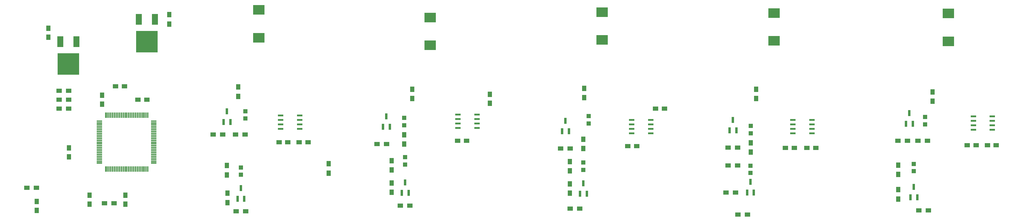
<source format=gtp>
G04 #@! TF.FileFunction,Paste,Top*
%FSLAX46Y46*%
G04 Gerber Fmt 4.6, Leading zero omitted, Abs format (unit mm)*
G04 Created by KiCad (PCBNEW (2015-08-28 BZR 6132)-product) date Thursday, October 15, 2015 'PMt' 04:36:35 PM*
%MOMM*%
G01*
G04 APERTURE LIST*
%ADD10C,0.100000*%
%ADD11R,1.250000X1.500000*%
%ADD12R,1.500000X1.250000*%
%ADD13R,1.198880X1.198880*%
%ADD14R,1.500000X0.300000*%
%ADD15R,0.300000X1.500000*%
%ADD16R,1.651000X3.048000*%
%ADD17R,6.096000X6.096000*%
%ADD18R,0.800100X1.800860*%
%ADD19R,1.300000X1.500000*%
%ADD20R,1.500000X1.300000*%
%ADD21R,3.200000X2.700000*%
%ADD22R,1.550000X0.600000*%
G04 APERTURE END LIST*
D10*
D11*
X16002000Y-86380000D03*
X16002000Y-88880000D03*
X19304000Y-37104000D03*
X19304000Y-39604000D03*
X30988000Y-87102000D03*
X30988000Y-84602000D03*
X41148000Y-87102000D03*
X41148000Y-84602000D03*
D12*
X38374000Y-53594000D03*
X40874000Y-53594000D03*
D11*
X34544000Y-56154000D03*
X34544000Y-58654000D03*
X25146000Y-73640000D03*
X25146000Y-71140000D03*
D12*
X44724000Y-57404000D03*
X47224000Y-57404000D03*
X92944000Y-69469000D03*
X90444000Y-69469000D03*
X84729000Y-69469000D03*
X87229000Y-69469000D03*
D11*
X144526000Y-58400000D03*
X144526000Y-55900000D03*
D12*
X135402000Y-69088000D03*
X137902000Y-69088000D03*
X194036000Y-59944000D03*
X191536000Y-59944000D03*
X183662000Y-70612000D03*
X186162000Y-70612000D03*
X236962000Y-71120000D03*
X234462000Y-71120000D03*
X228366000Y-71120000D03*
X230866000Y-71120000D03*
X288143000Y-70358000D03*
X285643000Y-70358000D03*
X279928000Y-70358000D03*
X282428000Y-70358000D03*
D13*
X75184000Y-62771020D03*
X75184000Y-60672980D03*
X73914000Y-76674980D03*
X73914000Y-78773020D03*
X120269000Y-64676020D03*
X120269000Y-62577980D03*
X120523000Y-73753980D03*
X120523000Y-75852020D03*
X172593000Y-64168020D03*
X172593000Y-62069980D03*
X171069000Y-75277980D03*
X171069000Y-77376020D03*
X218567000Y-66962020D03*
X218567000Y-64863980D03*
X218440000Y-76166980D03*
X218440000Y-78265020D03*
X267970000Y-64422020D03*
X267970000Y-62323980D03*
X264795000Y-75658980D03*
X264795000Y-77757020D03*
D14*
X33829000Y-63469000D03*
X33829000Y-63969000D03*
X33829000Y-64469000D03*
X33829000Y-64969000D03*
X33829000Y-65469000D03*
X33829000Y-65969000D03*
X33829000Y-66469000D03*
X33829000Y-66969000D03*
X33829000Y-67469000D03*
X33829000Y-67969000D03*
X33829000Y-68469000D03*
X33829000Y-68969000D03*
X33829000Y-69469000D03*
X33829000Y-69969000D03*
X33829000Y-70469000D03*
X33829000Y-70969000D03*
X33829000Y-71469000D03*
X33829000Y-71969000D03*
X33829000Y-72469000D03*
X33829000Y-72969000D03*
X33829000Y-73469000D03*
X33829000Y-73969000D03*
X33829000Y-74469000D03*
X33829000Y-74969000D03*
X33829000Y-75469000D03*
D15*
X35529000Y-77169000D03*
X36029000Y-77169000D03*
X36529000Y-77169000D03*
X37029000Y-77169000D03*
X37529000Y-77169000D03*
X38029000Y-77169000D03*
X38529000Y-77169000D03*
X39029000Y-77169000D03*
X39529000Y-77169000D03*
X40029000Y-77169000D03*
X40529000Y-77169000D03*
X41029000Y-77169000D03*
X41529000Y-77169000D03*
X42029000Y-77169000D03*
X42529000Y-77169000D03*
X43029000Y-77169000D03*
X43529000Y-77169000D03*
X44029000Y-77169000D03*
X44529000Y-77169000D03*
X45029000Y-77169000D03*
X45529000Y-77169000D03*
X46029000Y-77169000D03*
X46529000Y-77169000D03*
X47029000Y-77169000D03*
X47529000Y-77169000D03*
D14*
X49229000Y-75469000D03*
X49229000Y-74969000D03*
X49229000Y-74469000D03*
X49229000Y-73969000D03*
X49229000Y-73469000D03*
X49229000Y-72969000D03*
X49229000Y-72469000D03*
X49229000Y-71969000D03*
X49229000Y-71469000D03*
X49229000Y-70969000D03*
X49229000Y-70469000D03*
X49229000Y-69969000D03*
X49229000Y-69469000D03*
X49229000Y-68969000D03*
X49229000Y-68469000D03*
X49229000Y-67969000D03*
X49229000Y-67469000D03*
X49229000Y-66969000D03*
X49229000Y-66469000D03*
X49229000Y-65969000D03*
X49229000Y-65469000D03*
X49229000Y-64969000D03*
X49229000Y-64469000D03*
X49229000Y-63969000D03*
X49229000Y-63469000D03*
D15*
X47529000Y-61769000D03*
X47029000Y-61769000D03*
X46529000Y-61769000D03*
X46029000Y-61769000D03*
X45529000Y-61769000D03*
X45029000Y-61769000D03*
X44529000Y-61769000D03*
X44029000Y-61769000D03*
X43529000Y-61769000D03*
X43029000Y-61769000D03*
X42529000Y-61769000D03*
X42029000Y-61769000D03*
X41529000Y-61769000D03*
X41029000Y-61769000D03*
X40529000Y-61769000D03*
X40029000Y-61769000D03*
X39529000Y-61769000D03*
X39029000Y-61769000D03*
X38529000Y-61769000D03*
X38029000Y-61769000D03*
X37529000Y-61769000D03*
X37029000Y-61769000D03*
X36529000Y-61769000D03*
X36029000Y-61769000D03*
X35529000Y-61769000D03*
D16*
X49530000Y-34544000D03*
D17*
X47244000Y-40894000D03*
D16*
X44958000Y-34544000D03*
D18*
X69027000Y-63731140D03*
X70927000Y-63731140D03*
X69977000Y-60728860D03*
X72964000Y-85575140D03*
X74864000Y-85575140D03*
X73914000Y-82572860D03*
X114239000Y-65128140D03*
X116139000Y-65128140D03*
X115189000Y-62125860D03*
X119573000Y-83924140D03*
X121473000Y-83924140D03*
X120523000Y-80921860D03*
X165039000Y-66398140D03*
X166939000Y-66398140D03*
X165989000Y-63395860D03*
X170119000Y-84178140D03*
X172019000Y-84178140D03*
X171069000Y-81175860D03*
X212537000Y-66144140D03*
X214437000Y-66144140D03*
X213487000Y-63141860D03*
X217490000Y-83797140D03*
X219390000Y-83797140D03*
X218440000Y-80794860D03*
X262575000Y-64239140D03*
X264475000Y-64239140D03*
X263525000Y-61236860D03*
X263845000Y-85194140D03*
X265745000Y-85194140D03*
X264795000Y-82191860D03*
D19*
X53594000Y-33194000D03*
X53594000Y-35894000D03*
D20*
X13255000Y-82423000D03*
X15955000Y-82423000D03*
X35226000Y-86868000D03*
X37926000Y-86868000D03*
X22399000Y-59944000D03*
X25099000Y-59944000D03*
X22399000Y-57404000D03*
X25099000Y-57404000D03*
X22399000Y-54864000D03*
X25099000Y-54864000D03*
X72437000Y-67310000D03*
X75137000Y-67310000D03*
X66087000Y-67310000D03*
X68787000Y-67310000D03*
D19*
X73152000Y-53768000D03*
X73152000Y-56468000D03*
X70104000Y-83994000D03*
X70104000Y-86694000D03*
D20*
X75264000Y-89154000D03*
X72564000Y-89154000D03*
D19*
X69977000Y-78820000D03*
X69977000Y-76120000D03*
X120269000Y-70057000D03*
X120269000Y-67357000D03*
D20*
X112569000Y-69977000D03*
X115269000Y-69977000D03*
D19*
X122555000Y-54403000D03*
X122555000Y-57103000D03*
X116713000Y-81073000D03*
X116713000Y-83773000D03*
D20*
X121873000Y-87503000D03*
X119173000Y-87503000D03*
D19*
X116713000Y-77423000D03*
X116713000Y-74723000D03*
D21*
X127635000Y-34023000D03*
X127635000Y-41923000D03*
D19*
X171069000Y-71327000D03*
X171069000Y-68627000D03*
D20*
X164639000Y-71247000D03*
X167339000Y-71247000D03*
D19*
X167259000Y-81327000D03*
X167259000Y-84027000D03*
X171323000Y-54149000D03*
X171323000Y-56849000D03*
D20*
X170006000Y-88392000D03*
X167306000Y-88392000D03*
D19*
X167259000Y-77677000D03*
X167259000Y-74977000D03*
D21*
X176403000Y-32499000D03*
X176403000Y-40399000D03*
D19*
X218567000Y-72343000D03*
X218567000Y-69643000D03*
D20*
X212137000Y-70993000D03*
X214837000Y-70993000D03*
X211502000Y-83820000D03*
X214202000Y-83820000D03*
X217631000Y-90043000D03*
X214931000Y-90043000D03*
X212137000Y-76073000D03*
X214837000Y-76073000D03*
D21*
X225171000Y-32753000D03*
X225171000Y-40653000D03*
D20*
X265985000Y-69088000D03*
X268685000Y-69088000D03*
X260270000Y-69088000D03*
X262970000Y-69088000D03*
D19*
X260350000Y-82978000D03*
X260350000Y-85678000D03*
X270129000Y-57865000D03*
X270129000Y-55165000D03*
D20*
X268939000Y-88900000D03*
X266239000Y-88900000D03*
D19*
X260350000Y-78693000D03*
X260350000Y-75993000D03*
D21*
X274574000Y-32880000D03*
X274574000Y-40780000D03*
D16*
X27305000Y-40894000D03*
D17*
X25019000Y-47244000D03*
D16*
X22733000Y-40894000D03*
D22*
X85184000Y-61849000D03*
X85184000Y-63119000D03*
X85184000Y-64389000D03*
X85184000Y-65659000D03*
X90584000Y-65659000D03*
X90584000Y-64389000D03*
X90584000Y-63119000D03*
X90584000Y-61849000D03*
X135476000Y-61595000D03*
X135476000Y-62865000D03*
X135476000Y-64135000D03*
X135476000Y-65405000D03*
X140876000Y-65405000D03*
X140876000Y-64135000D03*
X140876000Y-62865000D03*
X140876000Y-61595000D03*
X184752000Y-63119000D03*
X184752000Y-64389000D03*
X184752000Y-65659000D03*
X184752000Y-66929000D03*
X190152000Y-66929000D03*
X190152000Y-65659000D03*
X190152000Y-64389000D03*
X190152000Y-63119000D03*
X230472000Y-63119000D03*
X230472000Y-64389000D03*
X230472000Y-65659000D03*
X230472000Y-66929000D03*
X235872000Y-66929000D03*
X235872000Y-65659000D03*
X235872000Y-64389000D03*
X235872000Y-63119000D03*
X281653000Y-62103000D03*
X281653000Y-63373000D03*
X281653000Y-64643000D03*
X281653000Y-65913000D03*
X287053000Y-65913000D03*
X287053000Y-64643000D03*
X287053000Y-63373000D03*
X287053000Y-62103000D03*
D21*
X78994000Y-31864000D03*
X78994000Y-39764000D03*
D19*
X220091000Y-57103000D03*
X220091000Y-54403000D03*
X98806000Y-78312000D03*
X98806000Y-75612000D03*
M02*

</source>
